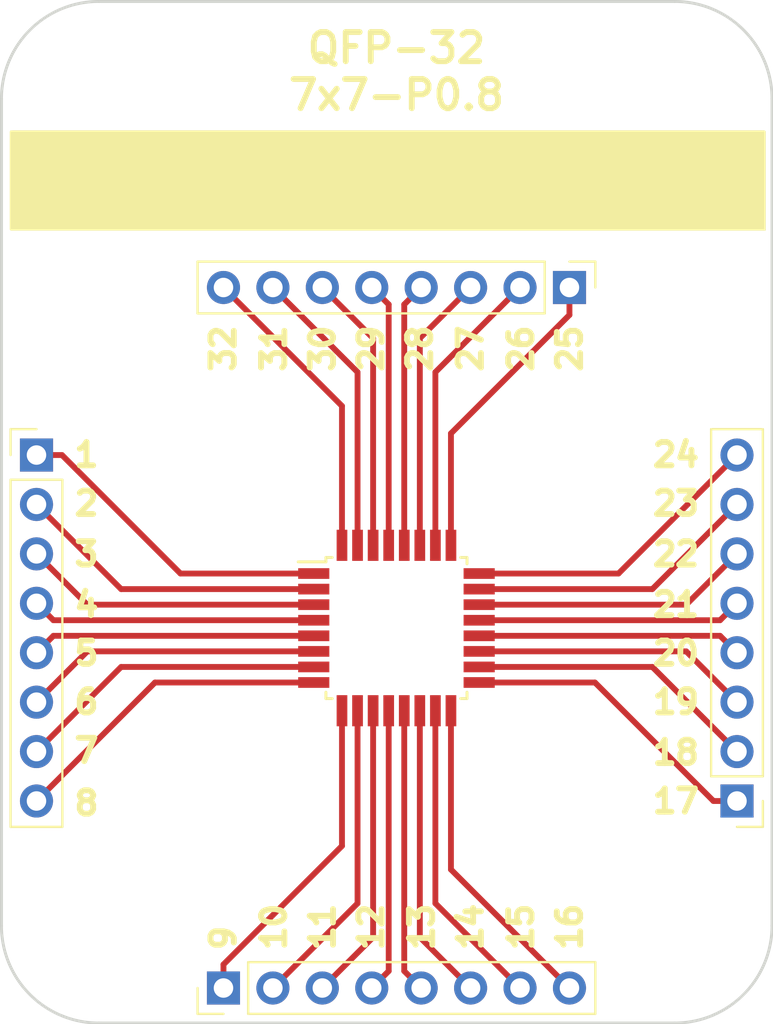
<source format=kicad_pcb>
(kicad_pcb (version 20171130) (host pcbnew 5.1.4-e60b266~84~ubuntu19.04.1)

  (general
    (thickness 1)
    (drawings 42)
    (tracks 68)
    (zones 0)
    (modules 5)
    (nets 33)
  )

  (page A4)
  (title_block
    (title BRK-QFP-32-7x7-P0.8)
    (rev v1.0)
    (company https://gekkio.fi)
  )

  (layers
    (0 F.Cu signal)
    (31 B.Cu signal)
    (32 B.Adhes user)
    (33 F.Adhes user)
    (34 B.Paste user)
    (35 F.Paste user)
    (36 B.SilkS user)
    (37 F.SilkS user)
    (38 B.Mask user)
    (39 F.Mask user)
    (40 Dwgs.User user)
    (41 Cmts.User user)
    (42 Eco1.User user)
    (43 Eco2.User user)
    (44 Edge.Cuts user)
    (45 Margin user)
    (46 B.CrtYd user)
    (47 F.CrtYd user)
    (48 B.Fab user)
    (49 F.Fab user)
  )

  (setup
    (last_trace_width 0.3)
    (trace_clearance 0.2)
    (zone_clearance 0.508)
    (zone_45_only no)
    (trace_min 0.2)
    (via_size 0.8)
    (via_drill 0.4)
    (via_min_size 0.4)
    (via_min_drill 0.3)
    (uvia_size 0.3)
    (uvia_drill 0.1)
    (uvias_allowed no)
    (uvia_min_size 0.2)
    (uvia_min_drill 0.1)
    (edge_width 0.15)
    (segment_width 0.2)
    (pcb_text_width 0.3)
    (pcb_text_size 1.5 1.5)
    (mod_edge_width 0.15)
    (mod_text_size 1 1)
    (mod_text_width 0.15)
    (pad_size 1.524 1.524)
    (pad_drill 0.762)
    (pad_to_mask_clearance 0)
    (aux_axis_origin 0 0)
    (visible_elements FFFFFF7F)
    (pcbplotparams
      (layerselection 0x010fc_ffffffff)
      (usegerberextensions false)
      (usegerberattributes false)
      (usegerberadvancedattributes false)
      (creategerberjobfile true)
      (excludeedgelayer false)
      (linewidth 0.100000)
      (plotframeref false)
      (viasonmask false)
      (mode 1)
      (useauxorigin false)
      (hpglpennumber 1)
      (hpglpenspeed 20)
      (hpglpendiameter 15.000000)
      (psnegative false)
      (psa4output false)
      (plotreference true)
      (plotvalue true)
      (plotinvisibletext false)
      (padsonsilk false)
      (subtractmaskfromsilk false)
      (outputformat 1)
      (mirror false)
      (drillshape 0)
      (scaleselection 1)
      (outputdirectory "gerber/"))
  )

  (net 0 "")
  (net 1 "Net-(J1-Pad1)")
  (net 2 "Net-(J1-Pad2)")
  (net 3 "Net-(J1-Pad3)")
  (net 4 "Net-(J2-Pad1)")
  (net 5 "Net-(J2-Pad2)")
  (net 6 "Net-(J2-Pad3)")
  (net 7 "Net-(J1-Pad8)")
  (net 8 "Net-(J1-Pad7)")
  (net 9 "Net-(J1-Pad6)")
  (net 10 "Net-(J1-Pad5)")
  (net 11 "Net-(J1-Pad4)")
  (net 12 "Net-(J2-Pad8)")
  (net 13 "Net-(J2-Pad7)")
  (net 14 "Net-(J2-Pad6)")
  (net 15 "Net-(J2-Pad5)")
  (net 16 "Net-(J2-Pad4)")
  (net 17 "Net-(J3-Pad8)")
  (net 18 "Net-(J3-Pad7)")
  (net 19 "Net-(J3-Pad6)")
  (net 20 "Net-(J3-Pad5)")
  (net 21 "Net-(J3-Pad4)")
  (net 22 "Net-(J3-Pad3)")
  (net 23 "Net-(J3-Pad2)")
  (net 24 "Net-(J3-Pad1)")
  (net 25 "Net-(J4-Pad8)")
  (net 26 "Net-(J4-Pad7)")
  (net 27 "Net-(J4-Pad6)")
  (net 28 "Net-(J4-Pad5)")
  (net 29 "Net-(J4-Pad4)")
  (net 30 "Net-(J4-Pad3)")
  (net 31 "Net-(J4-Pad2)")
  (net 32 "Net-(J4-Pad1)")

  (net_class Default "This is the default net class."
    (clearance 0.2)
    (trace_width 0.3)
    (via_dia 0.8)
    (via_drill 0.4)
    (uvia_dia 0.3)
    (uvia_drill 0.1)
    (add_net "Net-(J1-Pad1)")
    (add_net "Net-(J1-Pad2)")
    (add_net "Net-(J1-Pad3)")
    (add_net "Net-(J1-Pad4)")
    (add_net "Net-(J1-Pad5)")
    (add_net "Net-(J1-Pad6)")
    (add_net "Net-(J1-Pad7)")
    (add_net "Net-(J1-Pad8)")
    (add_net "Net-(J2-Pad1)")
    (add_net "Net-(J2-Pad2)")
    (add_net "Net-(J2-Pad3)")
    (add_net "Net-(J2-Pad4)")
    (add_net "Net-(J2-Pad5)")
    (add_net "Net-(J2-Pad6)")
    (add_net "Net-(J2-Pad7)")
    (add_net "Net-(J2-Pad8)")
    (add_net "Net-(J3-Pad1)")
    (add_net "Net-(J3-Pad2)")
    (add_net "Net-(J3-Pad3)")
    (add_net "Net-(J3-Pad4)")
    (add_net "Net-(J3-Pad5)")
    (add_net "Net-(J3-Pad6)")
    (add_net "Net-(J3-Pad7)")
    (add_net "Net-(J3-Pad8)")
    (add_net "Net-(J4-Pad1)")
    (add_net "Net-(J4-Pad2)")
    (add_net "Net-(J4-Pad3)")
    (add_net "Net-(J4-Pad4)")
    (add_net "Net-(J4-Pad5)")
    (add_net "Net-(J4-Pad6)")
    (add_net "Net-(J4-Pad7)")
    (add_net "Net-(J4-Pad8)")
  )

  (module Package_QFP:TQFP-32_7x7mm_P0.8mm (layer F.Cu) (tedit 5A02F146) (tstamp 5BD578B4)
    (at 59.1 62.6)
    (descr "32-Lead Plastic Thin Quad Flatpack (PT) - 7x7x1.0 mm Body, 2.00 mm [TQFP] (see Microchip Packaging Specification 00000049BS.pdf)")
    (tags "QFP 0.8")
    (path /5D4E8BD7)
    (attr smd)
    (fp_text reference U1 (at 0 -6.05) (layer F.SilkS) hide
      (effects (font (size 1 1) (thickness 0.15)))
    )
    (fp_text value Conn_02x16_Counter_Clockwise (at 0 6.05) (layer F.Fab) hide
      (effects (font (size 1 1) (thickness 0.15)))
    )
    (fp_line (start -3.625 -3.4) (end -5.05 -3.4) (layer F.SilkS) (width 0.15))
    (fp_line (start 3.625 -3.625) (end 3.3 -3.625) (layer F.SilkS) (width 0.15))
    (fp_line (start 3.625 3.625) (end 3.3 3.625) (layer F.SilkS) (width 0.15))
    (fp_line (start -3.625 3.625) (end -3.3 3.625) (layer F.SilkS) (width 0.15))
    (fp_line (start -3.625 -3.625) (end -3.3 -3.625) (layer F.SilkS) (width 0.15))
    (fp_line (start -3.625 3.625) (end -3.625 3.3) (layer F.SilkS) (width 0.15))
    (fp_line (start 3.625 3.625) (end 3.625 3.3) (layer F.SilkS) (width 0.15))
    (fp_line (start 3.625 -3.625) (end 3.625 -3.3) (layer F.SilkS) (width 0.15))
    (fp_line (start -3.625 -3.625) (end -3.625 -3.4) (layer F.SilkS) (width 0.15))
    (fp_line (start -5.3 5.3) (end 5.3 5.3) (layer F.CrtYd) (width 0.05))
    (fp_line (start -5.3 -5.3) (end 5.3 -5.3) (layer F.CrtYd) (width 0.05))
    (fp_line (start 5.3 -5.3) (end 5.3 5.3) (layer F.CrtYd) (width 0.05))
    (fp_line (start -5.3 -5.3) (end -5.3 5.3) (layer F.CrtYd) (width 0.05))
    (fp_line (start -3.5 -2.5) (end -2.5 -3.5) (layer F.Fab) (width 0.15))
    (fp_line (start -3.5 3.5) (end -3.5 -2.5) (layer F.Fab) (width 0.15))
    (fp_line (start 3.5 3.5) (end -3.5 3.5) (layer F.Fab) (width 0.15))
    (fp_line (start 3.5 -3.5) (end 3.5 3.5) (layer F.Fab) (width 0.15))
    (fp_line (start -2.5 -3.5) (end 3.5 -3.5) (layer F.Fab) (width 0.15))
    (fp_text user %R (at 0 0) (layer F.Fab)
      (effects (font (size 1 1) (thickness 0.15)))
    )
    (pad 32 smd rect (at -2.8 -4.25 90) (size 1.6 0.55) (layers F.Cu F.Paste F.Mask)
      (net 25 "Net-(J4-Pad8)"))
    (pad 31 smd rect (at -2 -4.25 90) (size 1.6 0.55) (layers F.Cu F.Paste F.Mask)
      (net 26 "Net-(J4-Pad7)"))
    (pad 30 smd rect (at -1.2 -4.25 90) (size 1.6 0.55) (layers F.Cu F.Paste F.Mask)
      (net 27 "Net-(J4-Pad6)"))
    (pad 29 smd rect (at -0.4 -4.25 90) (size 1.6 0.55) (layers F.Cu F.Paste F.Mask)
      (net 28 "Net-(J4-Pad5)"))
    (pad 28 smd rect (at 0.4 -4.25 90) (size 1.6 0.55) (layers F.Cu F.Paste F.Mask)
      (net 29 "Net-(J4-Pad4)"))
    (pad 27 smd rect (at 1.2 -4.25 90) (size 1.6 0.55) (layers F.Cu F.Paste F.Mask)
      (net 30 "Net-(J4-Pad3)"))
    (pad 26 smd rect (at 2 -4.25 90) (size 1.6 0.55) (layers F.Cu F.Paste F.Mask)
      (net 31 "Net-(J4-Pad2)"))
    (pad 25 smd rect (at 2.8 -4.25 90) (size 1.6 0.55) (layers F.Cu F.Paste F.Mask)
      (net 32 "Net-(J4-Pad1)"))
    (pad 24 smd rect (at 4.25 -2.8) (size 1.6 0.55) (layers F.Cu F.Paste F.Mask)
      (net 17 "Net-(J3-Pad8)"))
    (pad 23 smd rect (at 4.25 -2) (size 1.6 0.55) (layers F.Cu F.Paste F.Mask)
      (net 18 "Net-(J3-Pad7)"))
    (pad 22 smd rect (at 4.25 -1.2) (size 1.6 0.55) (layers F.Cu F.Paste F.Mask)
      (net 19 "Net-(J3-Pad6)"))
    (pad 21 smd rect (at 4.25 -0.4) (size 1.6 0.55) (layers F.Cu F.Paste F.Mask)
      (net 20 "Net-(J3-Pad5)"))
    (pad 20 smd rect (at 4.25 0.4) (size 1.6 0.55) (layers F.Cu F.Paste F.Mask)
      (net 21 "Net-(J3-Pad4)"))
    (pad 19 smd rect (at 4.25 1.2) (size 1.6 0.55) (layers F.Cu F.Paste F.Mask)
      (net 22 "Net-(J3-Pad3)"))
    (pad 18 smd rect (at 4.25 2) (size 1.6 0.55) (layers F.Cu F.Paste F.Mask)
      (net 23 "Net-(J3-Pad2)"))
    (pad 17 smd rect (at 4.25 2.8) (size 1.6 0.55) (layers F.Cu F.Paste F.Mask)
      (net 24 "Net-(J3-Pad1)"))
    (pad 16 smd rect (at 2.8 4.25 90) (size 1.6 0.55) (layers F.Cu F.Paste F.Mask)
      (net 12 "Net-(J2-Pad8)"))
    (pad 15 smd rect (at 2 4.25 90) (size 1.6 0.55) (layers F.Cu F.Paste F.Mask)
      (net 13 "Net-(J2-Pad7)"))
    (pad 14 smd rect (at 1.2 4.25 90) (size 1.6 0.55) (layers F.Cu F.Paste F.Mask)
      (net 14 "Net-(J2-Pad6)"))
    (pad 13 smd rect (at 0.4 4.25 90) (size 1.6 0.55) (layers F.Cu F.Paste F.Mask)
      (net 15 "Net-(J2-Pad5)"))
    (pad 12 smd rect (at -0.4 4.25 90) (size 1.6 0.55) (layers F.Cu F.Paste F.Mask)
      (net 16 "Net-(J2-Pad4)"))
    (pad 11 smd rect (at -1.2 4.25 90) (size 1.6 0.55) (layers F.Cu F.Paste F.Mask)
      (net 6 "Net-(J2-Pad3)"))
    (pad 10 smd rect (at -2 4.25 90) (size 1.6 0.55) (layers F.Cu F.Paste F.Mask)
      (net 5 "Net-(J2-Pad2)"))
    (pad 9 smd rect (at -2.8 4.25 90) (size 1.6 0.55) (layers F.Cu F.Paste F.Mask)
      (net 4 "Net-(J2-Pad1)"))
    (pad 8 smd rect (at -4.25 2.8) (size 1.6 0.55) (layers F.Cu F.Paste F.Mask)
      (net 7 "Net-(J1-Pad8)"))
    (pad 7 smd rect (at -4.25 2) (size 1.6 0.55) (layers F.Cu F.Paste F.Mask)
      (net 8 "Net-(J1-Pad7)"))
    (pad 6 smd rect (at -4.25 1.2) (size 1.6 0.55) (layers F.Cu F.Paste F.Mask)
      (net 9 "Net-(J1-Pad6)"))
    (pad 5 smd rect (at -4.25 0.4) (size 1.6 0.55) (layers F.Cu F.Paste F.Mask)
      (net 10 "Net-(J1-Pad5)"))
    (pad 4 smd rect (at -4.25 -0.4) (size 1.6 0.55) (layers F.Cu F.Paste F.Mask)
      (net 11 "Net-(J1-Pad4)"))
    (pad 3 smd rect (at -4.25 -1.2) (size 1.6 0.55) (layers F.Cu F.Paste F.Mask)
      (net 3 "Net-(J1-Pad3)"))
    (pad 2 smd rect (at -4.25 -2) (size 1.6 0.55) (layers F.Cu F.Paste F.Mask)
      (net 2 "Net-(J1-Pad2)"))
    (pad 1 smd rect (at -4.25 -2.8) (size 1.6 0.55) (layers F.Cu F.Paste F.Mask)
      (net 1 "Net-(J1-Pad1)"))
    (model ${KISYS3DMOD}/Package_QFP.3dshapes/TQFP-32_7x7mm_P0.8mm.wrl
      (at (xyz 0 0 0))
      (scale (xyz 1 1 1))
      (rotate (xyz 0 0 0))
    )
  )

  (module Connector_PinHeader_2.54mm:PinHeader_1x08_P2.54mm_Vertical (layer F.Cu) (tedit 59FED5CC) (tstamp 5D4F0140)
    (at 67.99 45.1 270)
    (descr "Through hole straight pin header, 1x08, 2.54mm pitch, single row")
    (tags "Through hole pin header THT 1x08 2.54mm single row")
    (path /5D4F6825)
    (fp_text reference J4 (at 0 -2.33 90) (layer F.SilkS) hide
      (effects (font (size 1 1) (thickness 0.15)))
    )
    (fp_text value Conn_01x08 (at 0 20.11 90) (layer F.Fab) hide
      (effects (font (size 1 1) (thickness 0.15)))
    )
    (fp_text user %R (at 0 8.89) (layer F.Fab)
      (effects (font (size 1 1) (thickness 0.15)))
    )
    (fp_line (start 1.8 -1.8) (end -1.8 -1.8) (layer F.CrtYd) (width 0.05))
    (fp_line (start 1.8 19.55) (end 1.8 -1.8) (layer F.CrtYd) (width 0.05))
    (fp_line (start -1.8 19.55) (end 1.8 19.55) (layer F.CrtYd) (width 0.05))
    (fp_line (start -1.8 -1.8) (end -1.8 19.55) (layer F.CrtYd) (width 0.05))
    (fp_line (start -1.33 -1.33) (end 0 -1.33) (layer F.SilkS) (width 0.12))
    (fp_line (start -1.33 0) (end -1.33 -1.33) (layer F.SilkS) (width 0.12))
    (fp_line (start -1.33 1.27) (end 1.33 1.27) (layer F.SilkS) (width 0.12))
    (fp_line (start 1.33 1.27) (end 1.33 19.11) (layer F.SilkS) (width 0.12))
    (fp_line (start -1.33 1.27) (end -1.33 19.11) (layer F.SilkS) (width 0.12))
    (fp_line (start -1.33 19.11) (end 1.33 19.11) (layer F.SilkS) (width 0.12))
    (fp_line (start -1.27 -0.635) (end -0.635 -1.27) (layer F.Fab) (width 0.1))
    (fp_line (start -1.27 19.05) (end -1.27 -0.635) (layer F.Fab) (width 0.1))
    (fp_line (start 1.27 19.05) (end -1.27 19.05) (layer F.Fab) (width 0.1))
    (fp_line (start 1.27 -1.27) (end 1.27 19.05) (layer F.Fab) (width 0.1))
    (fp_line (start -0.635 -1.27) (end 1.27 -1.27) (layer F.Fab) (width 0.1))
    (pad 8 thru_hole oval (at 0 17.78 270) (size 1.7 1.7) (drill 1) (layers *.Cu *.Mask)
      (net 25 "Net-(J4-Pad8)"))
    (pad 7 thru_hole oval (at 0 15.24 270) (size 1.7 1.7) (drill 1) (layers *.Cu *.Mask)
      (net 26 "Net-(J4-Pad7)"))
    (pad 6 thru_hole oval (at 0 12.7 270) (size 1.7 1.7) (drill 1) (layers *.Cu *.Mask)
      (net 27 "Net-(J4-Pad6)"))
    (pad 5 thru_hole oval (at 0 10.16 270) (size 1.7 1.7) (drill 1) (layers *.Cu *.Mask)
      (net 28 "Net-(J4-Pad5)"))
    (pad 4 thru_hole oval (at 0 7.62 270) (size 1.7 1.7) (drill 1) (layers *.Cu *.Mask)
      (net 29 "Net-(J4-Pad4)"))
    (pad 3 thru_hole oval (at 0 5.08 270) (size 1.7 1.7) (drill 1) (layers *.Cu *.Mask)
      (net 30 "Net-(J4-Pad3)"))
    (pad 2 thru_hole oval (at 0 2.54 270) (size 1.7 1.7) (drill 1) (layers *.Cu *.Mask)
      (net 31 "Net-(J4-Pad2)"))
    (pad 1 thru_hole rect (at 0 0 270) (size 1.7 1.7) (drill 1) (layers *.Cu *.Mask)
      (net 32 "Net-(J4-Pad1)"))
    (model ${KISYS3DMOD}/Connector_PinHeader_2.54mm.3dshapes/PinHeader_1x08_P2.54mm_Vertical.wrl
      (at (xyz 0 0 0))
      (scale (xyz 1 1 1))
      (rotate (xyz 0 0 0))
    )
  )

  (module Connector_PinHeader_2.54mm:PinHeader_1x08_P2.54mm_Vertical (layer F.Cu) (tedit 59FED5CC) (tstamp 5D4F1116)
    (at 76.6 71.49 180)
    (descr "Through hole straight pin header, 1x08, 2.54mm pitch, single row")
    (tags "Through hole pin header THT 1x08 2.54mm single row")
    (path /5D4F0DF4)
    (fp_text reference J3 (at 0 -2.33) (layer F.SilkS) hide
      (effects (font (size 1 1) (thickness 0.15)))
    )
    (fp_text value Conn_01x08 (at 0 20.11) (layer F.Fab) hide
      (effects (font (size 1 1) (thickness 0.15)))
    )
    (fp_text user %R (at 0 8.89 90) (layer F.Fab)
      (effects (font (size 1 1) (thickness 0.15)))
    )
    (fp_line (start 1.8 -1.8) (end -1.8 -1.8) (layer F.CrtYd) (width 0.05))
    (fp_line (start 1.8 19.55) (end 1.8 -1.8) (layer F.CrtYd) (width 0.05))
    (fp_line (start -1.8 19.55) (end 1.8 19.55) (layer F.CrtYd) (width 0.05))
    (fp_line (start -1.8 -1.8) (end -1.8 19.55) (layer F.CrtYd) (width 0.05))
    (fp_line (start -1.33 -1.33) (end 0 -1.33) (layer F.SilkS) (width 0.12))
    (fp_line (start -1.33 0) (end -1.33 -1.33) (layer F.SilkS) (width 0.12))
    (fp_line (start -1.33 1.27) (end 1.33 1.27) (layer F.SilkS) (width 0.12))
    (fp_line (start 1.33 1.27) (end 1.33 19.11) (layer F.SilkS) (width 0.12))
    (fp_line (start -1.33 1.27) (end -1.33 19.11) (layer F.SilkS) (width 0.12))
    (fp_line (start -1.33 19.11) (end 1.33 19.11) (layer F.SilkS) (width 0.12))
    (fp_line (start -1.27 -0.635) (end -0.635 -1.27) (layer F.Fab) (width 0.1))
    (fp_line (start -1.27 19.05) (end -1.27 -0.635) (layer F.Fab) (width 0.1))
    (fp_line (start 1.27 19.05) (end -1.27 19.05) (layer F.Fab) (width 0.1))
    (fp_line (start 1.27 -1.27) (end 1.27 19.05) (layer F.Fab) (width 0.1))
    (fp_line (start -0.635 -1.27) (end 1.27 -1.27) (layer F.Fab) (width 0.1))
    (pad 8 thru_hole oval (at 0 17.78 180) (size 1.7 1.7) (drill 1) (layers *.Cu *.Mask)
      (net 17 "Net-(J3-Pad8)"))
    (pad 7 thru_hole oval (at 0 15.24 180) (size 1.7 1.7) (drill 1) (layers *.Cu *.Mask)
      (net 18 "Net-(J3-Pad7)"))
    (pad 6 thru_hole oval (at 0 12.7 180) (size 1.7 1.7) (drill 1) (layers *.Cu *.Mask)
      (net 19 "Net-(J3-Pad6)"))
    (pad 5 thru_hole oval (at 0 10.16 180) (size 1.7 1.7) (drill 1) (layers *.Cu *.Mask)
      (net 20 "Net-(J3-Pad5)"))
    (pad 4 thru_hole oval (at 0 7.62 180) (size 1.7 1.7) (drill 1) (layers *.Cu *.Mask)
      (net 21 "Net-(J3-Pad4)"))
    (pad 3 thru_hole oval (at 0 5.08 180) (size 1.7 1.7) (drill 1) (layers *.Cu *.Mask)
      (net 22 "Net-(J3-Pad3)"))
    (pad 2 thru_hole oval (at 0 2.54 180) (size 1.7 1.7) (drill 1) (layers *.Cu *.Mask)
      (net 23 "Net-(J3-Pad2)"))
    (pad 1 thru_hole rect (at 0 0 180) (size 1.7 1.7) (drill 1) (layers *.Cu *.Mask)
      (net 24 "Net-(J3-Pad1)"))
    (model ${KISYS3DMOD}/Connector_PinHeader_2.54mm.3dshapes/PinHeader_1x08_P2.54mm_Vertical.wrl
      (at (xyz 0 0 0))
      (scale (xyz 1 1 1))
      (rotate (xyz 0 0 0))
    )
  )

  (module Connector_PinHeader_2.54mm:PinHeader_1x08_P2.54mm_Vertical (layer F.Cu) (tedit 59FED5CC) (tstamp 5D4F1B45)
    (at 50.21 81.1 90)
    (descr "Through hole straight pin header, 1x08, 2.54mm pitch, single row")
    (tags "Through hole pin header THT 1x08 2.54mm single row")
    (path /5D4EDBC7)
    (fp_text reference J2 (at 0 -2.33 90) (layer F.SilkS) hide
      (effects (font (size 1 1) (thickness 0.15)))
    )
    (fp_text value Conn_01x08 (at 0 20.11 90) (layer F.Fab) hide
      (effects (font (size 1 1) (thickness 0.15)))
    )
    (fp_text user %R (at 0 8.89) (layer F.Fab)
      (effects (font (size 1 1) (thickness 0.15)))
    )
    (fp_line (start 1.8 -1.8) (end -1.8 -1.8) (layer F.CrtYd) (width 0.05))
    (fp_line (start 1.8 19.55) (end 1.8 -1.8) (layer F.CrtYd) (width 0.05))
    (fp_line (start -1.8 19.55) (end 1.8 19.55) (layer F.CrtYd) (width 0.05))
    (fp_line (start -1.8 -1.8) (end -1.8 19.55) (layer F.CrtYd) (width 0.05))
    (fp_line (start -1.33 -1.33) (end 0 -1.33) (layer F.SilkS) (width 0.12))
    (fp_line (start -1.33 0) (end -1.33 -1.33) (layer F.SilkS) (width 0.12))
    (fp_line (start -1.33 1.27) (end 1.33 1.27) (layer F.SilkS) (width 0.12))
    (fp_line (start 1.33 1.27) (end 1.33 19.11) (layer F.SilkS) (width 0.12))
    (fp_line (start -1.33 1.27) (end -1.33 19.11) (layer F.SilkS) (width 0.12))
    (fp_line (start -1.33 19.11) (end 1.33 19.11) (layer F.SilkS) (width 0.12))
    (fp_line (start -1.27 -0.635) (end -0.635 -1.27) (layer F.Fab) (width 0.1))
    (fp_line (start -1.27 19.05) (end -1.27 -0.635) (layer F.Fab) (width 0.1))
    (fp_line (start 1.27 19.05) (end -1.27 19.05) (layer F.Fab) (width 0.1))
    (fp_line (start 1.27 -1.27) (end 1.27 19.05) (layer F.Fab) (width 0.1))
    (fp_line (start -0.635 -1.27) (end 1.27 -1.27) (layer F.Fab) (width 0.1))
    (pad 8 thru_hole oval (at 0 17.78 90) (size 1.7 1.7) (drill 1) (layers *.Cu *.Mask)
      (net 12 "Net-(J2-Pad8)"))
    (pad 7 thru_hole oval (at 0 15.24 90) (size 1.7 1.7) (drill 1) (layers *.Cu *.Mask)
      (net 13 "Net-(J2-Pad7)"))
    (pad 6 thru_hole oval (at 0 12.7 90) (size 1.7 1.7) (drill 1) (layers *.Cu *.Mask)
      (net 14 "Net-(J2-Pad6)"))
    (pad 5 thru_hole oval (at 0 10.16 90) (size 1.7 1.7) (drill 1) (layers *.Cu *.Mask)
      (net 15 "Net-(J2-Pad5)"))
    (pad 4 thru_hole oval (at 0 7.62 90) (size 1.7 1.7) (drill 1) (layers *.Cu *.Mask)
      (net 16 "Net-(J2-Pad4)"))
    (pad 3 thru_hole oval (at 0 5.08 90) (size 1.7 1.7) (drill 1) (layers *.Cu *.Mask)
      (net 6 "Net-(J2-Pad3)"))
    (pad 2 thru_hole oval (at 0 2.54 90) (size 1.7 1.7) (drill 1) (layers *.Cu *.Mask)
      (net 5 "Net-(J2-Pad2)"))
    (pad 1 thru_hole rect (at 0 0 90) (size 1.7 1.7) (drill 1) (layers *.Cu *.Mask)
      (net 4 "Net-(J2-Pad1)"))
    (model ${KISYS3DMOD}/Connector_PinHeader_2.54mm.3dshapes/PinHeader_1x08_P2.54mm_Vertical.wrl
      (at (xyz 0 0 0))
      (scale (xyz 1 1 1))
      (rotate (xyz 0 0 0))
    )
  )

  (module Connector_PinHeader_2.54mm:PinHeader_1x08_P2.54mm_Vertical (layer F.Cu) (tedit 59FED5CC) (tstamp 5D4F0833)
    (at 40.6 53.71)
    (descr "Through hole straight pin header, 1x08, 2.54mm pitch, single row")
    (tags "Through hole pin header THT 1x08 2.54mm single row")
    (path /5D4EBED3)
    (fp_text reference J1 (at 0 -2.33) (layer F.SilkS) hide
      (effects (font (size 1 1) (thickness 0.15)))
    )
    (fp_text value Conn_01x08 (at 0 20.11) (layer F.Fab) hide
      (effects (font (size 1 1) (thickness 0.15)))
    )
    (fp_text user %R (at 0 8.89 90) (layer F.Fab)
      (effects (font (size 1 1) (thickness 0.15)))
    )
    (fp_line (start 1.8 -1.8) (end -1.8 -1.8) (layer F.CrtYd) (width 0.05))
    (fp_line (start 1.8 19.55) (end 1.8 -1.8) (layer F.CrtYd) (width 0.05))
    (fp_line (start -1.8 19.55) (end 1.8 19.55) (layer F.CrtYd) (width 0.05))
    (fp_line (start -1.8 -1.8) (end -1.8 19.55) (layer F.CrtYd) (width 0.05))
    (fp_line (start -1.33 -1.33) (end 0 -1.33) (layer F.SilkS) (width 0.12))
    (fp_line (start -1.33 0) (end -1.33 -1.33) (layer F.SilkS) (width 0.12))
    (fp_line (start -1.33 1.27) (end 1.33 1.27) (layer F.SilkS) (width 0.12))
    (fp_line (start 1.33 1.27) (end 1.33 19.11) (layer F.SilkS) (width 0.12))
    (fp_line (start -1.33 1.27) (end -1.33 19.11) (layer F.SilkS) (width 0.12))
    (fp_line (start -1.33 19.11) (end 1.33 19.11) (layer F.SilkS) (width 0.12))
    (fp_line (start -1.27 -0.635) (end -0.635 -1.27) (layer F.Fab) (width 0.1))
    (fp_line (start -1.27 19.05) (end -1.27 -0.635) (layer F.Fab) (width 0.1))
    (fp_line (start 1.27 19.05) (end -1.27 19.05) (layer F.Fab) (width 0.1))
    (fp_line (start 1.27 -1.27) (end 1.27 19.05) (layer F.Fab) (width 0.1))
    (fp_line (start -0.635 -1.27) (end 1.27 -1.27) (layer F.Fab) (width 0.1))
    (pad 8 thru_hole oval (at 0 17.78) (size 1.7 1.7) (drill 1) (layers *.Cu *.Mask)
      (net 7 "Net-(J1-Pad8)"))
    (pad 7 thru_hole oval (at 0 15.24) (size 1.7 1.7) (drill 1) (layers *.Cu *.Mask)
      (net 8 "Net-(J1-Pad7)"))
    (pad 6 thru_hole oval (at 0 12.7) (size 1.7 1.7) (drill 1) (layers *.Cu *.Mask)
      (net 9 "Net-(J1-Pad6)"))
    (pad 5 thru_hole oval (at 0 10.16) (size 1.7 1.7) (drill 1) (layers *.Cu *.Mask)
      (net 10 "Net-(J1-Pad5)"))
    (pad 4 thru_hole oval (at 0 7.62) (size 1.7 1.7) (drill 1) (layers *.Cu *.Mask)
      (net 11 "Net-(J1-Pad4)"))
    (pad 3 thru_hole oval (at 0 5.08) (size 1.7 1.7) (drill 1) (layers *.Cu *.Mask)
      (net 3 "Net-(J1-Pad3)"))
    (pad 2 thru_hole oval (at 0 2.54) (size 1.7 1.7) (drill 1) (layers *.Cu *.Mask)
      (net 2 "Net-(J1-Pad2)"))
    (pad 1 thru_hole rect (at 0 0) (size 1.7 1.7) (drill 1) (layers *.Cu *.Mask)
      (net 1 "Net-(J1-Pad1)"))
    (model ${KISYS3DMOD}/Connector_PinHeader_2.54mm.3dshapes/PinHeader_1x08_P2.54mm_Vertical.wrl
      (at (xyz 0 0 0))
      (scale (xyz 1 1 1))
      (rotate (xyz 0 0 0))
    )
  )

  (gr_text 32 (at 50.2 46.9 90) (layer F.SilkS) (tstamp 5D99E8D4)
    (effects (font (size 1.2 1.2) (thickness 0.3)) (justify right))
  )
  (gr_text 31 (at 52.8 46.9 90) (layer F.SilkS) (tstamp 5D99E8D1)
    (effects (font (size 1.2 1.2) (thickness 0.3)) (justify right))
  )
  (gr_text 30 (at 55.3 46.9 90) (layer F.SilkS) (tstamp 5D99E8CE)
    (effects (font (size 1.2 1.2) (thickness 0.3)) (justify right))
  )
  (gr_text 29 (at 57.8 46.9 90) (layer F.SilkS) (tstamp 5D99E8CB)
    (effects (font (size 1.2 1.2) (thickness 0.3)) (justify right))
  )
  (gr_text 28 (at 60.3 46.9 90) (layer F.SilkS) (tstamp 5D99E8C8)
    (effects (font (size 1.2 1.2) (thickness 0.3)) (justify right))
  )
  (gr_text 27 (at 62.9 46.9 90) (layer F.SilkS) (tstamp 5D99E8C5)
    (effects (font (size 1.2 1.2) (thickness 0.3)) (justify right))
  )
  (gr_text 26 (at 65.5 46.9 90) (layer F.SilkS) (tstamp 5D99E8C2)
    (effects (font (size 1.2 1.2) (thickness 0.3)) (justify right))
  )
  (gr_text 24 (at 74.8 53.7) (layer F.SilkS) (tstamp 5D99E8B4)
    (effects (font (size 1.2 1.2) (thickness 0.3)) (justify right))
  )
  (gr_text 23 (at 74.8 56.2) (layer F.SilkS) (tstamp 5D99E8B1)
    (effects (font (size 1.2 1.2) (thickness 0.3)) (justify right))
  )
  (gr_text 22 (at 74.8 58.8) (layer F.SilkS) (tstamp 5D99E8AE)
    (effects (font (size 1.2 1.2) (thickness 0.3)) (justify right))
  )
  (gr_text 21 (at 74.8 61.4) (layer F.SilkS) (tstamp 5D99E8AA)
    (effects (font (size 1.2 1.2) (thickness 0.3)) (justify right))
  )
  (gr_text 20 (at 74.8 63.9) (layer F.SilkS) (tstamp 5D99E8A7)
    (effects (font (size 1.2 1.2) (thickness 0.3)) (justify right))
  )
  (gr_text 19 (at 74.8 66.4) (layer F.SilkS) (tstamp 5D99E8A4)
    (effects (font (size 1.2 1.2) (thickness 0.3)) (justify right))
  )
  (gr_text 18 (at 74.8 69) (layer F.SilkS) (tstamp 5D99E8A1)
    (effects (font (size 1.2 1.2) (thickness 0.3)) (justify right))
  )
  (gr_text 16 (at 68 79.3 90) (layer F.SilkS) (tstamp 5D99E890)
    (effects (font (size 1.2 1.2) (thickness 0.3)) (justify left))
  )
  (gr_text 15 (at 65.5 79.3 90) (layer F.SilkS) (tstamp 5D99E88D)
    (effects (font (size 1.2 1.2) (thickness 0.3)) (justify left))
  )
  (gr_text 14 (at 62.9 79.3 90) (layer F.SilkS) (tstamp 5D99E88A)
    (effects (font (size 1.2 1.2) (thickness 0.3)) (justify left))
  )
  (gr_text 13 (at 60.4 79.3 90) (layer F.SilkS) (tstamp 5D99E887)
    (effects (font (size 1.2 1.2) (thickness 0.3)) (justify left))
  )
  (gr_text 12 (at 57.8 79.3 90) (layer F.SilkS) (tstamp 5D99E884)
    (effects (font (size 1.2 1.2) (thickness 0.3)) (justify left))
  )
  (gr_text 11 (at 55.3 79.3 90) (layer F.SilkS) (tstamp 5D99E881)
    (effects (font (size 1.2 1.2) (thickness 0.3)) (justify left))
  )
  (gr_text 10 (at 52.8 79.3 90) (layer F.SilkS) (tstamp 5D99E87E)
    (effects (font (size 1.2 1.2) (thickness 0.3)) (justify left))
  )
  (gr_text 8 (at 42.4 71.6) (layer F.SilkS) (tstamp 5D99E86B)
    (effects (font (size 1.2 1.2) (thickness 0.3)) (justify left))
  )
  (gr_text 7 (at 42.4 68.9) (layer F.SilkS) (tstamp 5D99E868)
    (effects (font (size 1.2 1.2) (thickness 0.3)) (justify left))
  )
  (gr_text 6 (at 42.4 66.4) (layer F.SilkS) (tstamp 5D99E865)
    (effects (font (size 1.2 1.2) (thickness 0.3)) (justify left))
  )
  (gr_text 5 (at 42.4 63.9) (layer F.SilkS) (tstamp 5D99E862)
    (effects (font (size 1.2 1.2) (thickness 0.3)) (justify left))
  )
  (gr_text 4 (at 42.4 61.4) (layer F.SilkS) (tstamp 5D99E85F)
    (effects (font (size 1.2 1.2) (thickness 0.3)) (justify left))
  )
  (gr_text 3 (at 42.4 58.8) (layer F.SilkS) (tstamp 5D99E85C)
    (effects (font (size 1.2 1.2) (thickness 0.3)) (justify left))
  )
  (gr_text 2 (at 42.4 56.2) (layer F.SilkS) (tstamp 5D99E859)
    (effects (font (size 1.2 1.2) (thickness 0.3)) (justify left))
  )
  (gr_text 25 (at 68 46.9 90) (layer F.SilkS) (tstamp 5D4F1E3F)
    (effects (font (size 1.2 1.2) (thickness 0.3)) (justify right))
  )
  (gr_text 17 (at 74.8 71.5) (layer F.SilkS) (tstamp 5D4F1DE4)
    (effects (font (size 1.2 1.2) (thickness 0.3)) (justify right))
  )
  (gr_arc (start 73.4 35.4) (end 78.4 35.4) (angle -90) (layer Edge.Cuts) (width 0.15) (tstamp 5D4F18B6))
  (gr_arc (start 43.8 35.4) (end 43.8 30.4) (angle -90) (layer Edge.Cuts) (width 0.15) (tstamp 5D4F1883))
  (gr_arc (start 73.4 77.9) (end 73.4 82.9) (angle -90) (layer Edge.Cuts) (width 0.15) (tstamp 5D4F1829))
  (gr_text 9 (at 50.2 79.3 90) (layer F.SilkS) (tstamp 5D4F1093)
    (effects (font (size 1.2 1.2) (thickness 0.3)) (justify left))
  )
  (gr_arc (start 43.8 77.9) (end 38.8 77.9) (angle -90) (layer Edge.Cuts) (width 0.15) (tstamp 5BF54D67))
  (gr_text 1 (at 42.4 53.7) (layer F.SilkS) (tstamp 5D4F0E4F)
    (effects (font (size 1.2 1.2) (thickness 0.3)) (justify left))
  )
  (gr_line (start 73.4 82.9) (end 43.8 82.9) (layer Edge.Cuts) (width 0.15))
  (gr_poly (pts (xy 39.3 37.1) (xy 39.3 42.1) (xy 78 42.1) (xy 78 37.1)) (layer F.SilkS) (width 0.15))
  (gr_line (start 78.4 35.4) (end 78.4 77.9) (layer Edge.Cuts) (width 0.15))
  (gr_text "QFP-32\n7x7-P0.8" (at 59.1 34) (layer F.SilkS)
    (effects (font (size 1.5 1.5) (thickness 0.3)))
  )
  (gr_line (start 43.8 30.4) (end 73.4 30.4) (layer Edge.Cuts) (width 0.15))
  (gr_line (start 38.8 77.9) (end 38.8 35.4) (layer Edge.Cuts) (width 0.15))

  (segment (start 41.91 53.71) (end 40.6 53.71) (width 0.3) (layer F.Cu) (net 1))
  (segment (start 54.85 59.8) (end 48 59.8) (width 0.3) (layer F.Cu) (net 1))
  (segment (start 48 59.8) (end 41.91 53.71) (width 0.3) (layer F.Cu) (net 1))
  (segment (start 44.95 60.6) (end 40.6 56.25) (width 0.3) (layer F.Cu) (net 2))
  (segment (start 54.85 60.6) (end 44.95 60.6) (width 0.3) (layer F.Cu) (net 2))
  (segment (start 43.21 61.4) (end 40.6 58.79) (width 0.3) (layer F.Cu) (net 3))
  (segment (start 54.85 61.4) (end 43.21 61.4) (width 0.3) (layer F.Cu) (net 3))
  (segment (start 50.21 79.89) (end 50.21 81.1) (width 0.3) (layer F.Cu) (net 4))
  (segment (start 56.3 66.85) (end 56.3 73.8) (width 0.3) (layer F.Cu) (net 4))
  (segment (start 56.3 73.8) (end 50.21 79.89) (width 0.3) (layer F.Cu) (net 4))
  (segment (start 57.1 76.75) (end 52.75 81.1) (width 0.3) (layer F.Cu) (net 5))
  (segment (start 57.1 66.85) (end 57.1 76.75) (width 0.3) (layer F.Cu) (net 5))
  (segment (start 57.9 78.49) (end 55.29 81.1) (width 0.3) (layer F.Cu) (net 6))
  (segment (start 57.9 66.85) (end 57.9 78.49) (width 0.3) (layer F.Cu) (net 6))
  (segment (start 46.69 65.4) (end 40.6 71.49) (width 0.3) (layer F.Cu) (net 7))
  (segment (start 54.85 65.4) (end 46.69 65.4) (width 0.3) (layer F.Cu) (net 7))
  (segment (start 44.95 64.6) (end 40.6 68.95) (width 0.3) (layer F.Cu) (net 8))
  (segment (start 54.85 64.6) (end 44.95 64.6) (width 0.3) (layer F.Cu) (net 8))
  (segment (start 43.21 63.8) (end 40.6 66.41) (width 0.3) (layer F.Cu) (net 9))
  (segment (start 54.85 63.8) (end 43.21 63.8) (width 0.3) (layer F.Cu) (net 9))
  (segment (start 41.47 63) (end 40.6 63.87) (width 0.3) (layer F.Cu) (net 10))
  (segment (start 54.85 63) (end 41.47 63) (width 0.3) (layer F.Cu) (net 10))
  (segment (start 41.47 62.2) (end 40.6 61.33) (width 0.3) (layer F.Cu) (net 11))
  (segment (start 54.85 62.2) (end 41.47 62.2) (width 0.3) (layer F.Cu) (net 11))
  (segment (start 61.9 75.01) (end 67.99 81.1) (width 0.3) (layer F.Cu) (net 12))
  (segment (start 61.9 66.85) (end 61.9 75.01) (width 0.3) (layer F.Cu) (net 12))
  (segment (start 61.1 76.75) (end 65.45 81.1) (width 0.3) (layer F.Cu) (net 13))
  (segment (start 61.1 66.85) (end 61.1 76.75) (width 0.3) (layer F.Cu) (net 13))
  (segment (start 60.3 78.49) (end 62.91 81.1) (width 0.3) (layer F.Cu) (net 14))
  (segment (start 60.3 66.85) (end 60.3 78.49) (width 0.3) (layer F.Cu) (net 14))
  (segment (start 59.5 80.23) (end 60.37 81.1) (width 0.3) (layer F.Cu) (net 15))
  (segment (start 59.5 66.85) (end 59.5 80.23) (width 0.3) (layer F.Cu) (net 15))
  (segment (start 58.7 80.23) (end 57.83 81.1) (width 0.3) (layer F.Cu) (net 16))
  (segment (start 58.7 66.85) (end 58.7 80.23) (width 0.3) (layer F.Cu) (net 16))
  (segment (start 70.51 59.8) (end 76.6 53.71) (width 0.3) (layer F.Cu) (net 17))
  (segment (start 63.35 59.8) (end 70.51 59.8) (width 0.3) (layer F.Cu) (net 17))
  (segment (start 72.25 60.6) (end 76.6 56.25) (width 0.3) (layer F.Cu) (net 18))
  (segment (start 63.35 60.6) (end 72.25 60.6) (width 0.3) (layer F.Cu) (net 18))
  (segment (start 73.99 61.4) (end 76.6 58.79) (width 0.3) (layer F.Cu) (net 19))
  (segment (start 63.35 61.4) (end 73.99 61.4) (width 0.3) (layer F.Cu) (net 19))
  (segment (start 75.73 62.2) (end 76.6 61.33) (width 0.3) (layer F.Cu) (net 20))
  (segment (start 63.35 62.2) (end 75.73 62.2) (width 0.3) (layer F.Cu) (net 20))
  (segment (start 75.73 63) (end 76.6 63.87) (width 0.3) (layer F.Cu) (net 21))
  (segment (start 63.35 63) (end 75.73 63) (width 0.3) (layer F.Cu) (net 21))
  (segment (start 73.99 63.8) (end 76.6 66.41) (width 0.3) (layer F.Cu) (net 22))
  (segment (start 63.35 63.8) (end 73.99 63.8) (width 0.3) (layer F.Cu) (net 22))
  (segment (start 72.25 64.6) (end 76.6 68.95) (width 0.3) (layer F.Cu) (net 23))
  (segment (start 63.35 64.6) (end 72.25 64.6) (width 0.3) (layer F.Cu) (net 23))
  (segment (start 75.39 71.49) (end 76.6 71.49) (width 0.3) (layer F.Cu) (net 24))
  (segment (start 63.35 65.4) (end 69.3 65.4) (width 0.3) (layer F.Cu) (net 24))
  (segment (start 69.3 65.4) (end 75.39 71.49) (width 0.3) (layer F.Cu) (net 24))
  (segment (start 56.3 51.19) (end 50.21 45.1) (width 0.3) (layer F.Cu) (net 25))
  (segment (start 56.3 58.35) (end 56.3 51.19) (width 0.3) (layer F.Cu) (net 25))
  (segment (start 57.1 49.45) (end 52.75 45.1) (width 0.3) (layer F.Cu) (net 26))
  (segment (start 57.1 58.35) (end 57.1 49.45) (width 0.3) (layer F.Cu) (net 26))
  (segment (start 57.9 47.71) (end 55.29 45.1) (width 0.3) (layer F.Cu) (net 27))
  (segment (start 57.9 58.35) (end 57.9 47.71) (width 0.3) (layer F.Cu) (net 27))
  (segment (start 58.7 45.97) (end 57.83 45.1) (width 0.3) (layer F.Cu) (net 28))
  (segment (start 58.7 58.35) (end 58.7 45.97) (width 0.3) (layer F.Cu) (net 28))
  (segment (start 59.5 45.97) (end 60.37 45.1) (width 0.3) (layer F.Cu) (net 29))
  (segment (start 59.5 58.35) (end 59.5 45.97) (width 0.3) (layer F.Cu) (net 29))
  (segment (start 60.3 47.71) (end 62.91 45.1) (width 0.3) (layer F.Cu) (net 30))
  (segment (start 60.3 58.35) (end 60.3 47.71) (width 0.3) (layer F.Cu) (net 30))
  (segment (start 61.1 49.45) (end 65.45 45.1) (width 0.3) (layer F.Cu) (net 31))
  (segment (start 61.1 58.35) (end 61.1 49.45) (width 0.3) (layer F.Cu) (net 31))
  (segment (start 67.99 46.51) (end 67.99 45.1) (width 0.3) (layer F.Cu) (net 32))
  (segment (start 61.9 58.35) (end 61.9 52.6) (width 0.3) (layer F.Cu) (net 32))
  (segment (start 61.9 52.6) (end 67.99 46.51) (width 0.3) (layer F.Cu) (net 32))

)

</source>
